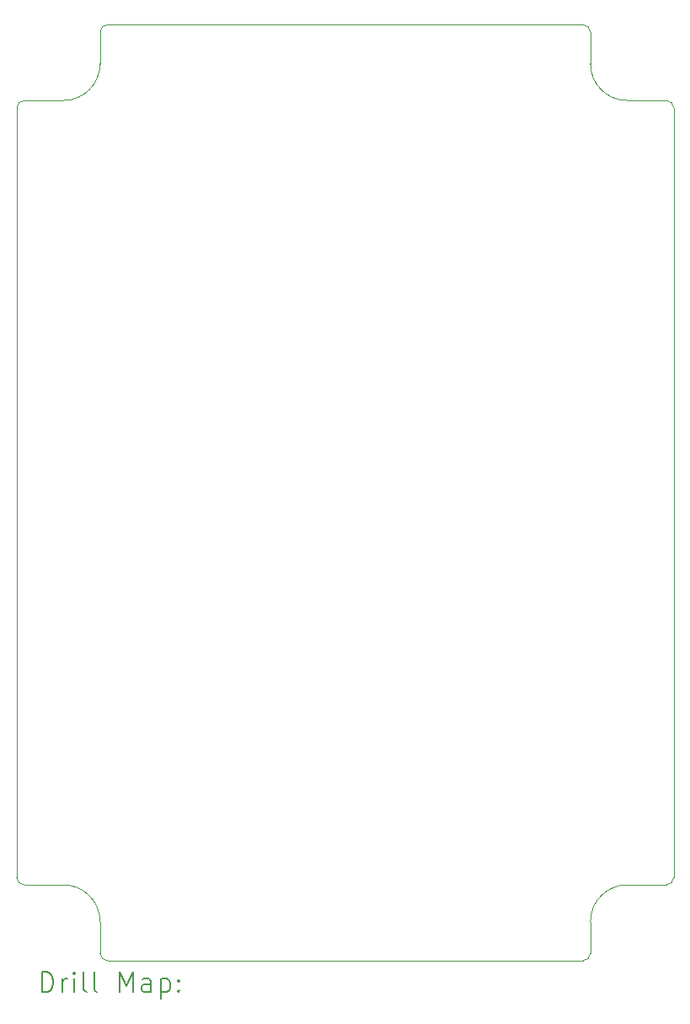
<source format=gbr>
%FSLAX45Y45*%
G04 Gerber Fmt 4.5, Leading zero omitted, Abs format (unit mm)*
G04 Created by KiCad (PCBNEW (6.0.0)) date 2022-08-16 09:44:08*
%MOMM*%
%LPD*%
G01*
G04 APERTURE LIST*
%TA.AperFunction,Profile*%
%ADD10C,0.050000*%
%TD*%
%ADD11C,0.200000*%
G04 APERTURE END LIST*
D10*
X8255000Y-7823200D02*
X8255000Y-15544800D01*
X14859000Y-15544800D02*
X14859000Y-7823200D01*
X8331200Y-15621000D02*
X8724900Y-15621000D01*
X9169400Y-16383000D02*
X13944600Y-16383000D01*
X9093200Y-15989300D02*
X9093200Y-16306800D01*
X14389100Y-15621000D02*
X14782800Y-15621000D01*
X8724900Y-7747000D02*
X8331200Y-7747000D01*
X14782800Y-15621000D02*
G75*
G03*
X14859000Y-15544800I4J76196D01*
G01*
X13944600Y-6985000D02*
X9169400Y-6985000D01*
X8331200Y-7747000D02*
G75*
G03*
X8255000Y-7823200I4J-76204D01*
G01*
X13944600Y-16383000D02*
G75*
G03*
X14020800Y-16306800I0J76200D01*
G01*
X8724900Y-7747000D02*
G75*
G03*
X9093200Y-7378700I4J368296D01*
G01*
X14859000Y-7823200D02*
G75*
G03*
X14782800Y-7747000I-76202J-2D01*
G01*
X14782800Y-7747000D02*
X14389100Y-7747000D01*
X9169400Y-6985000D02*
G75*
G03*
X9093200Y-7061200I4J-76204D01*
G01*
X9093200Y-15989300D02*
G75*
G03*
X8724900Y-15621000I-368300J0D01*
G01*
X14389100Y-15621000D02*
G75*
G03*
X14020800Y-15989300I0J-368300D01*
G01*
X14020800Y-16306800D02*
X14020800Y-15989300D01*
X14020800Y-7378700D02*
G75*
G03*
X14389100Y-7747000I368298J-2D01*
G01*
X8255000Y-15544800D02*
G75*
G03*
X8331200Y-15621000I76201J1D01*
G01*
X14020800Y-7378700D02*
X14020800Y-7061200D01*
X9093200Y-7061200D02*
X9093200Y-7378700D01*
X9093200Y-16306800D02*
G75*
G03*
X9169400Y-16383000I76200J0D01*
G01*
X14020800Y-7061200D02*
G75*
G03*
X13944600Y-6985000I-76202J-2D01*
G01*
D11*
X8510119Y-16695976D02*
X8510119Y-16495976D01*
X8557738Y-16495976D01*
X8586310Y-16505500D01*
X8605357Y-16524548D01*
X8614881Y-16543595D01*
X8624405Y-16581690D01*
X8624405Y-16610262D01*
X8614881Y-16648357D01*
X8605357Y-16667405D01*
X8586310Y-16686452D01*
X8557738Y-16695976D01*
X8510119Y-16695976D01*
X8710119Y-16695976D02*
X8710119Y-16562643D01*
X8710119Y-16600738D02*
X8719643Y-16581690D01*
X8729167Y-16572167D01*
X8748214Y-16562643D01*
X8767262Y-16562643D01*
X8833929Y-16695976D02*
X8833929Y-16562643D01*
X8833929Y-16495976D02*
X8824405Y-16505500D01*
X8833929Y-16515024D01*
X8843452Y-16505500D01*
X8833929Y-16495976D01*
X8833929Y-16515024D01*
X8957738Y-16695976D02*
X8938690Y-16686452D01*
X8929167Y-16667405D01*
X8929167Y-16495976D01*
X9062500Y-16695976D02*
X9043452Y-16686452D01*
X9033929Y-16667405D01*
X9033929Y-16495976D01*
X9291071Y-16695976D02*
X9291071Y-16495976D01*
X9357738Y-16638833D01*
X9424405Y-16495976D01*
X9424405Y-16695976D01*
X9605357Y-16695976D02*
X9605357Y-16591214D01*
X9595833Y-16572167D01*
X9576786Y-16562643D01*
X9538690Y-16562643D01*
X9519643Y-16572167D01*
X9605357Y-16686452D02*
X9586310Y-16695976D01*
X9538690Y-16695976D01*
X9519643Y-16686452D01*
X9510119Y-16667405D01*
X9510119Y-16648357D01*
X9519643Y-16629309D01*
X9538690Y-16619786D01*
X9586310Y-16619786D01*
X9605357Y-16610262D01*
X9700595Y-16562643D02*
X9700595Y-16762643D01*
X9700595Y-16572167D02*
X9719643Y-16562643D01*
X9757738Y-16562643D01*
X9776786Y-16572167D01*
X9786310Y-16581690D01*
X9795833Y-16600738D01*
X9795833Y-16657881D01*
X9786310Y-16676928D01*
X9776786Y-16686452D01*
X9757738Y-16695976D01*
X9719643Y-16695976D01*
X9700595Y-16686452D01*
X9881548Y-16676928D02*
X9891071Y-16686452D01*
X9881548Y-16695976D01*
X9872024Y-16686452D01*
X9881548Y-16676928D01*
X9881548Y-16695976D01*
X9881548Y-16572167D02*
X9891071Y-16581690D01*
X9881548Y-16591214D01*
X9872024Y-16581690D01*
X9881548Y-16572167D01*
X9881548Y-16591214D01*
M02*

</source>
